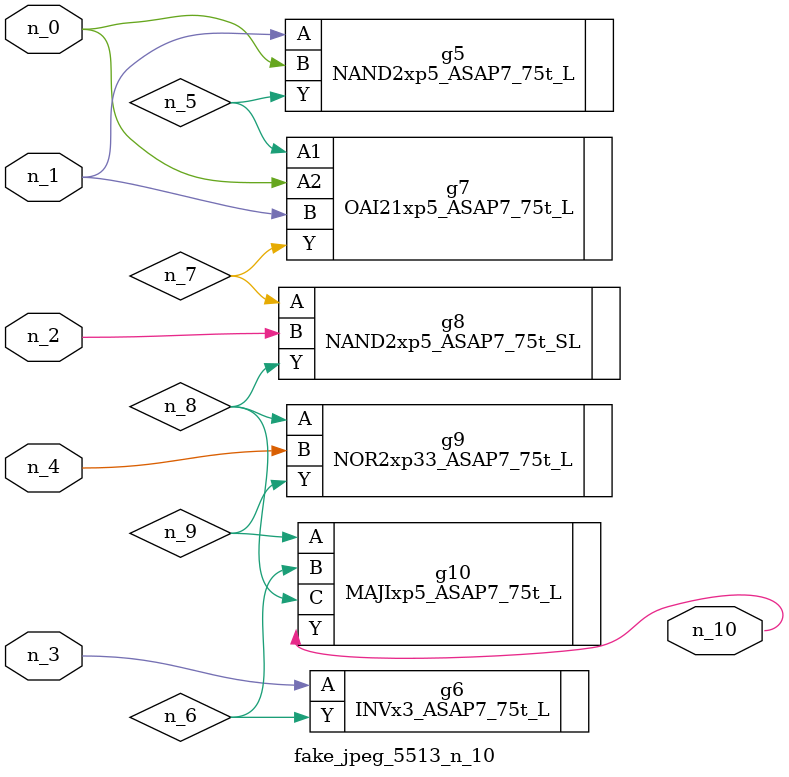
<source format=v>
module fake_jpeg_5513_n_10 (n_3, n_2, n_1, n_0, n_4, n_10);

input n_3;
input n_2;
input n_1;
input n_0;
input n_4;

output n_10;

wire n_8;
wire n_9;
wire n_6;
wire n_5;
wire n_7;

NAND2xp5_ASAP7_75t_L g5 ( 
.A(n_1),
.B(n_0),
.Y(n_5)
);

INVx3_ASAP7_75t_L g6 ( 
.A(n_3),
.Y(n_6)
);

OAI21xp5_ASAP7_75t_L g7 ( 
.A1(n_5),
.A2(n_0),
.B(n_1),
.Y(n_7)
);

NAND2xp5_ASAP7_75t_SL g8 ( 
.A(n_7),
.B(n_2),
.Y(n_8)
);

NOR2xp33_ASAP7_75t_L g9 ( 
.A(n_8),
.B(n_4),
.Y(n_9)
);

MAJIxp5_ASAP7_75t_L g10 ( 
.A(n_9),
.B(n_6),
.C(n_8),
.Y(n_10)
);


endmodule
</source>
